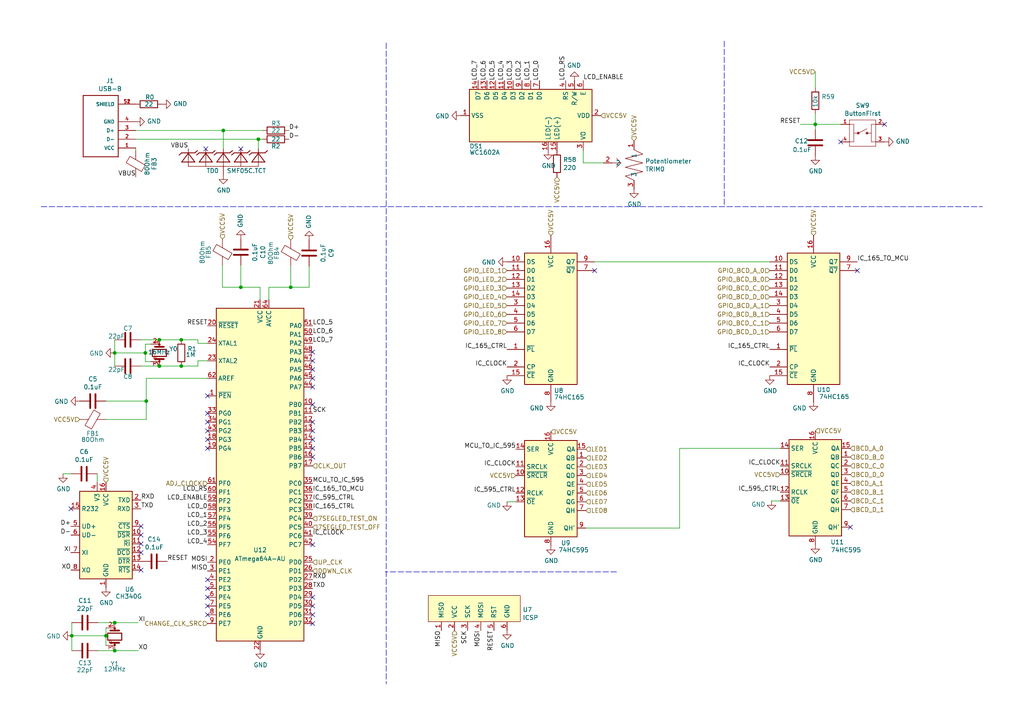
<source format=kicad_sch>
(kicad_sch (version 20211123) (generator eeschema)
  (paper "A4")
  (lib_symbols
    (symbol "74xx:74HC595"
      (property "Reference" "U" (at -7.62 13.97 0))
      (property "Value" "74HC595" (at -7.62 -16.51 0))
      (symbol "74HC595_1_0"
        (pin tri_state line (at 10.16 7.62 180) (length 2.54) (name "QB") (number "1"))
        (pin input line (at -10.16 2.54 0) (length 2.54) (name "~{SRCLR}") (number "10"))
        (pin input line (at -10.16 5.08 0) (length 2.54) (name "SRCLK") (number "11"))
        (pin input line (at -10.16 -2.54 0) (length 2.54) (name "RCLK") (number "12"))
        (pin input line (at -10.16 -5.08 0) (length 2.54) (name "~{OE}") (number "13"))
        (pin input line (at -10.16 10.16 0) (length 2.54) (name "SER") (number "14"))
        (pin tri_state line (at 10.16 10.16 180) (length 2.54) (name "QA") (number "15"))
        (pin power_in line (at 0 15.24 270) (length 2.54) (name "VCC") (number "16"))
        (pin tri_state line (at 10.16 5.08 180) (length 2.54) (name "QC") (number "2"))
        (pin tri_state line (at 10.16 2.54 180) (length 2.54) (name "QD") (number "3"))
        (pin tri_state line (at 10.16 0 180) (length 2.54) (name "QE") (number "4"))
        (pin tri_state line (at 10.16 -2.54 180) (length 2.54) (name "QF") (number "5"))
        (pin tri_state line (at 10.16 -5.08 180) (length 2.54) (name "QG") (number "6"))
        (pin tri_state line (at 10.16 -7.62 180) (length 2.54) (name "QH") (number "7"))
        (pin power_in line (at 0 -17.78 90) (length 2.54) (name "GND") (number "8"))
        (pin output line (at 10.16 -12.7 180) (length 2.54) (name "QH'") (number "9"))
      )
      (symbol "74HC595_1_1"
        (rectangle (start -7.62 12.7) (end 7.62 -15.24) (stroke (width 0.254)) (fill (type background)))
      )
    )
    (symbol "74xx:74LS165"
      (property "Reference" "U" (at -7.62 19.05 0))
      (property "Value" "74LS165" (at -7.62 -21.59 0))
      (symbol "74LS165_1_0"
        (pin input line (at -12.7 -10.16 0) (length 5.08) (name "~{PL}") (number "1"))
        (pin input line (at -12.7 15.24 0) (length 5.08) (name "DS") (number "10"))
        (pin input line (at -12.7 12.7 0) (length 5.08) (name "D0") (number "11"))
        (pin input line (at -12.7 10.16 0) (length 5.08) (name "D1") (number "12"))
        (pin input line (at -12.7 7.62 0) (length 5.08) (name "D2") (number "13"))
        (pin input line (at -12.7 5.08 0) (length 5.08) (name "D3") (number "14"))
        (pin input line (at -12.7 -17.78 0) (length 5.08) (name "~{CE}") (number "15"))
        (pin power_in line (at 0 22.86 270) (length 5.08) (name "VCC") (number "16"))
        (pin input line (at -12.7 -15.24 0) (length 5.08) (name "CP") (number "2"))
        (pin input line (at -12.7 2.54 0) (length 5.08) (name "D4") (number "3"))
        (pin input line (at -12.7 0 0) (length 5.08) (name "D5") (number "4"))
        (pin input line (at -12.7 -2.54 0) (length 5.08) (name "D6") (number "5"))
        (pin input line (at -12.7 -5.08 0) (length 5.08) (name "D7") (number "6"))
        (pin output line (at 12.7 12.7 180) (length 5.08) (name "~{Q7}") (number "7"))
        (pin power_in line (at 0 -25.4 90) (length 5.08) (name "GND") (number "8"))
        (pin output line (at 12.7 15.24 180) (length 5.08) (name "Q7") (number "9"))
      )
      (symbol "74LS165_1_1"
        (rectangle (start -7.62 17.78) (end 7.62 -20.32) (stroke (width 0.254)) (fill (type background)))
      )
    )
    (symbol "Device:C" (pin_numbers hide) (pin_names (offset 0.254))
      (property "Reference" "C" (at 0.635 2.54 0))
      (property "Value" "C" (at 0.635 -2.54 0))
      (symbol "C_0_1"
        (polyline (pts (xy -2.032 -0.762) (xy 2.032 -0.762)) (stroke (width 0.508)))
        (polyline (pts (xy -2.032 0.762) (xy 2.032 0.762)) (stroke (width 0.508)))
      )
      (symbol "C_1_1"
        (pin passive line (at 0 3.81 270) (length 2.794) (name "~") (number "1"))
        (pin passive line (at 0 -3.81 90) (length 2.794) (name "~") (number "2"))
      )
    )
    (symbol "Device:Ferrite_Bead" (pin_numbers hide) (pin_names (offset 0))
      (property "Reference" "FB" (at -3.81 0.635 90))
      (property "Value" "Device_Ferrite_Bead" (at 3.81 0 90))
      (symbol "Ferrite_Bead_0_1"
        (polyline (pts (xy 0 -1.27) (xy 0 -1.2192)))
        (polyline (pts (xy 0 1.27) (xy 0 1.2954)))
        (polyline (pts (xy -2.7686 0.4064) (xy -1.7018 2.2606) (xy 2.7686 -0.3048) (xy 1.6764 -2.159) (xy -2.7686 0.4064)))
      )
      (symbol "Ferrite_Bead_1_1"
        (pin passive line (at 0 3.81 270) (length 2.54) (name "~") (number "1"))
        (pin passive line (at 0 -3.81 90) (length 2.54) (name "~") (number "2"))
      )
    )
    (symbol "Device:R" (pin_numbers hide) (pin_names (offset 0))
      (property "Reference" "R" (at 2.032 0 90))
      (property "Value" "R" (at 0 0 90))
      (symbol "R_0_1"
        (rectangle (start -1.016 -2.54) (end 1.016 2.54) (stroke (width 0.254)))
      )
      (symbol "R_1_1"
        (pin passive line (at 0 3.81 270) (length 1.27) (name "~") (number "1"))
        (pin passive line (at 0 -3.81 90) (length 1.27) (name "~") (number "2"))
      )
    )
    (symbol "Display_Character:WC1602A"
      (property "Reference" "DS" (at -5.842 19.05 0))
      (property "Value" "WC1602A" (at 5.334 19.05 0))
      (symbol "WC1602A_1_1"
        (rectangle (start -7.62 17.78) (end 7.62 -17.78) (stroke (width 0.254)) (fill (type background)))
        (pin power_in line (at 0 -20.32 90) (length 2.54) (name "VSS") (number "1"))
        (pin input line (at -10.16 -5.08 0) (length 2.54) (name "D3") (number "10"))
        (pin input line (at -10.16 -7.62 0) (length 2.54) (name "D4") (number "11"))
        (pin input line (at -10.16 -10.16 0) (length 2.54) (name "D5") (number "12"))
        (pin input line (at -10.16 -12.7 0) (length 2.54) (name "D6") (number "13"))
        (pin input line (at -10.16 -15.24 0) (length 2.54) (name "D7") (number "14"))
        (pin power_in line (at 10.16 7.62 180) (length 2.54) (name "LED(+)") (number "15"))
        (pin power_in line (at 10.16 5.08 180) (length 2.54) (name "LED(-)") (number "16"))
        (pin power_in line (at 0 20.32 270) (length 2.54) (name "VDD") (number "2"))
        (pin input line (at 10.16 15.24 180) (length 2.54) (name "VO") (number "3"))
        (pin input line (at -10.16 10.16 0) (length 2.54) (name "RS") (number "4"))
        (pin input line (at -10.16 12.7 0) (length 2.54) (name "R/W") (number "5"))
        (pin input line (at -10.16 15.24 0) (length 2.54) (name "E") (number "6"))
        (pin input line (at -10.16 2.54 0) (length 2.54) (name "D0") (number "7"))
        (pin input line (at -10.16 0 0) (length 2.54) (name "D1") (number "8"))
        (pin input line (at -10.16 -2.54 0) (length 2.54) (name "D2") (number "9"))
      )
    )
    (symbol "Interface_USB:CH340G"
      (property "Reference" "U" (at -5.08 13.97 0))
      (property "Value" "CH340G" (at 1.27 13.97 0))
      (symbol "CH340G_0_1"
        (rectangle (start -7.62 12.7) (end 7.62 -12.7) (stroke (width 0.254)) (fill (type background)))
      )
      (symbol "CH340G_1_1"
        (pin power_in line (at 0 -15.24 90) (length 2.54) (name "GND") (number "1"))
        (pin input line (at 10.16 0 180) (length 2.54) (name "~{DSR}") (number "10"))
        (pin input line (at 10.16 -2.54 180) (length 2.54) (name "~{RI}") (number "11"))
        (pin input line (at 10.16 -5.08 180) (length 2.54) (name "~{DCD}") (number "12"))
        (pin output line (at 10.16 -7.62 180) (length 2.54) (name "~{DTR}") (number "13"))
        (pin output line (at 10.16 -10.16 180) (length 2.54) (name "~{RTS}") (number "14"))
        (pin input line (at -10.16 7.62 0) (length 2.54) (name "R232") (number "15"))
        (pin power_in line (at 0 15.24 270) (length 2.54) (name "VCC") (number "16"))
        (pin output line (at 10.16 10.16 180) (length 2.54) (name "TXD") (number "2"))
        (pin input line (at 10.16 7.62 180) (length 2.54) (name "RXD") (number "3"))
        (pin passive line (at -2.54 15.24 270) (length 2.54) (name "V3") (number "4"))
        (pin bidirectional line (at -10.16 2.54 0) (length 2.54) (name "UD+") (number "5"))
        (pin bidirectional line (at -10.16 0 0) (length 2.54) (name "UD-") (number "6"))
        (pin input line (at -10.16 -5.08 0) (length 2.54) (name "XI") (number "7"))
        (pin output line (at -10.16 -10.16 0) (length 2.54) (name "XO") (number "8"))
        (pin input line (at 10.16 2.54 180) (length 2.54) (name "~{CTS}") (number "9"))
      )
    )
    (symbol "MCU_Microchip_ATmega:ATmega64A-AU"
      (property "Reference" "U" (at -12.7 49.53 0))
      (property "Value" "MCU_Microchip_ATmega_ATmega64A-AU" (at 2.54 -49.53 0))
      (symbol "ATmega64A-AU_0_1"
        (rectangle (start -12.7 -48.26) (end 12.7 48.26) (stroke (width 0.254)) (fill (type background)))
      )
      (symbol "ATmega64A-AU_1_1"
        (pin input line (at -15.24 22.86 0) (length 2.54) (name "~{PEN}") (number "1"))
        (pin bidirectional line (at 15.24 20.32 180) (length 2.54) (name "PB0") (number "10"))
        (pin bidirectional line (at 15.24 17.78 180) (length 2.54) (name "PB1") (number "11"))
        (pin bidirectional line (at 15.24 15.24 180) (length 2.54) (name "PB2") (number "12"))
        (pin bidirectional line (at 15.24 12.7 180) (length 2.54) (name "PB3") (number "13"))
        (pin bidirectional line (at 15.24 10.16 180) (length 2.54) (name "PB4") (number "14"))
        (pin bidirectional line (at 15.24 7.62 180) (length 2.54) (name "PB5") (number "15"))
        (pin bidirectional line (at 15.24 5.08 180) (length 2.54) (name "PB6") (number "16"))
        (pin bidirectional line (at 15.24 2.54 180) (length 2.54) (name "PB7") (number "17"))
        (pin bidirectional line (at -15.24 10.16 0) (length 2.54) (name "PG3") (number "18"))
        (pin bidirectional line (at -15.24 7.62 0) (length 2.54) (name "PG4") (number "19"))
        (pin bidirectional line (at -15.24 -25.4 0) (length 2.54) (name "PE0") (number "2"))
        (pin input line (at -15.24 43.18 0) (length 2.54) (name "~{RESET}") (number "20"))
        (pin power_in line (at 0 50.8 270) (length 2.54) (name "VCC") (number "21"))
        (pin power_in line (at 0 -50.8 90) (length 2.54) (name "GND") (number "22"))
        (pin output line (at -15.24 33.02 0) (length 2.54) (name "XTAL2") (number "23"))
        (pin input line (at -15.24 38.1 0) (length 2.54) (name "XTAL1") (number "24"))
        (pin bidirectional line (at 15.24 -25.4 180) (length 2.54) (name "PD0") (number "25"))
        (pin bidirectional line (at 15.24 -27.94 180) (length 2.54) (name "PD1") (number "26"))
        (pin bidirectional line (at 15.24 -30.48 180) (length 2.54) (name "PD2") (number "27"))
        (pin bidirectional line (at 15.24 -33.02 180) (length 2.54) (name "PD3") (number "28"))
        (pin bidirectional line (at 15.24 -35.56 180) (length 2.54) (name "PD4") (number "29"))
        (pin bidirectional line (at -15.24 -27.94 0) (length 2.54) (name "PE1") (number "3"))
        (pin bidirectional line (at 15.24 -38.1 180) (length 2.54) (name "PD5") (number "30"))
        (pin bidirectional line (at 15.24 -40.64 180) (length 2.54) (name "PD6") (number "31"))
        (pin bidirectional line (at 15.24 -43.18 180) (length 2.54) (name "PD7") (number "32"))
        (pin bidirectional line (at -15.24 17.78 0) (length 2.54) (name "PG0") (number "33"))
        (pin bidirectional line (at -15.24 15.24 0) (length 2.54) (name "PG1") (number "34"))
        (pin bidirectional line (at 15.24 -2.54 180) (length 2.54) (name "PC0") (number "35"))
        (pin bidirectional line (at 15.24 -5.08 180) (length 2.54) (name "PC1") (number "36"))
        (pin bidirectional line (at 15.24 -7.62 180) (length 2.54) (name "PC2") (number "37"))
        (pin bidirectional line (at 15.24 -10.16 180) (length 2.54) (name "PC3") (number "38"))
        (pin bidirectional line (at 15.24 -12.7 180) (length 2.54) (name "PC4") (number "39"))
        (pin bidirectional line (at -15.24 -30.48 0) (length 2.54) (name "PE2") (number "4"))
        (pin bidirectional line (at 15.24 -15.24 180) (length 2.54) (name "PC5") (number "40"))
        (pin bidirectional line (at 15.24 -17.78 180) (length 2.54) (name "PC6") (number "41"))
        (pin bidirectional line (at 15.24 -20.32 180) (length 2.54) (name "PC7") (number "42"))
        (pin bidirectional line (at -15.24 12.7 0) (length 2.54) (name "PG2") (number "43"))
        (pin bidirectional line (at 15.24 25.4 180) (length 2.54) (name "PA7") (number "44"))
        (pin bidirectional line (at 15.24 27.94 180) (length 2.54) (name "PA6") (number "45"))
        (pin bidirectional line (at 15.24 30.48 180) (length 2.54) (name "PA5") (number "46"))
        (pin bidirectional line (at 15.24 33.02 180) (length 2.54) (name "PA4") (number "47"))
        (pin bidirectional line (at 15.24 35.56 180) (length 2.54) (name "PA3") (number "48"))
        (pin bidirectional line (at 15.24 38.1 180) (length 2.54) (name "PA2") (number "49"))
        (pin bidirectional line (at -15.24 -33.02 0) (length 2.54) (name "PE3") (number "5"))
        (pin bidirectional line (at 15.24 40.64 180) (length 2.54) (name "PA1") (number "50"))
        (pin bidirectional line (at 15.24 43.18 180) (length 2.54) (name "PA0") (number "51"))
        (pin passive line (at 0 50.8 270) (length 2.54) hide (name "VCC") (number "52"))
        (pin passive line (at 0 -50.8 90) (length 2.54) hide (name "GND") (number "53"))
        (pin bidirectional line (at -15.24 -20.32 0) (length 2.54) (name "PF7") (number "54"))
        (pin bidirectional line (at -15.24 -17.78 0) (length 2.54) (name "PF6") (number "55"))
        (pin bidirectional line (at -15.24 -15.24 0) (length 2.54) (name "PF5") (number "56"))
        (pin bidirectional line (at -15.24 -12.7 0) (length 2.54) (name "PF4") (number "57"))
        (pin bidirectional line (at -15.24 -10.16 0) (length 2.54) (name "PF3") (number "58"))
        (pin bidirectional line (at -15.24 -7.62 0) (length 2.54) (name "PF2") (number "59"))
        (pin bidirectional line (at -15.24 -35.56 0) (length 2.54) (name "PE4") (number "6"))
        (pin bidirectional line (at -15.24 -5.08 0) (length 2.54) (name "PF1") (number "60"))
        (pin bidirectional line (at -15.24 -2.54 0) (length 2.54) (name "PF0") (number "61"))
        (pin passive line (at -15.24 27.94 0) (length 2.54) (name "AREF") (number "62"))
        (pin passive line (at 0 -50.8 90) (length 2.54) hide (name "GND") (number "63"))
        (pin power_in line (at 2.54 50.8 270) (length 2.54) (name "AVCC") (number "64"))
        (pin bidirectional line (at -15.24 -38.1 0) (length 2.54) (name "PE5") (number "7"))
        (pin bidirectional line (at -15.24 -40.64 0) (length 2.54) (name "PE6") (number "8"))
        (pin bidirectional line (at -15.24 -43.18 0) (length 2.54) (name "PE7") (number "9"))
      )
    )
    (symbol "digitalSystemBoard:ButtonFirst" (pin_names (offset 1.016) hide)
      (property "Reference" "SW" (at -4.0894 4.0894 0))
      (property "Value" "ButtonFirst" (at -4.064 -5.334 0))
      (symbol "ButtonFirst_0_0"
        (circle (center -1.27 0) (radius 0.254) (stroke (width 0.2286)))
        (polyline (pts (xy -3.81 -3.81) (xy 3.81 -3.81)) (stroke (width 0.127)))
        (polyline (pts (xy -3.81 -2.54) (xy -3.81 -3.81)) (stroke (width 0.127)))
        (polyline (pts (xy -3.81 2.54) (xy -3.81 -2.54)) (stroke (width 0.127)))
        (polyline (pts (xy -3.81 2.54) (xy -2.54 2.54)) (stroke (width 0.127)))
        (polyline (pts (xy -3.81 3.81) (xy -3.81 2.54)) (stroke (width 0.127)))
        (polyline (pts (xy -3.81 3.81) (xy 3.81 3.81)) (stroke (width 0.127)))
        (polyline (pts (xy -2.54 -2.54) (xy -3.81 -2.54)) (stroke (width 0.127)))
        (polyline (pts (xy -2.54 0) (xy -1.27 0)) (stroke (width 0.127)))
        (polyline (pts (xy -2.54 2.54) (xy -2.54 -2.54)) (stroke (width 0.127)))
        (polyline (pts (xy -1.27 0) (xy 1.27 1.27)) (stroke (width 0.127)))
        (polyline (pts (xy 1.27 0) (xy 2.54 0)) (stroke (width 0.127)))
        (polyline (pts (xy 2.54 -2.54) (xy 3.81 -2.54)) (stroke (width 0.127)))
        (polyline (pts (xy 2.54 2.54) (xy 2.54 -2.54)) (stroke (width 0.127)))
        (polyline (pts (xy 3.81 -2.54) (xy 3.81 -3.81)) (stroke (width 0.127)))
        (polyline (pts (xy 3.81 2.54) (xy 2.54 2.54)) (stroke (width 0.127)))
        (polyline (pts (xy 3.81 2.54) (xy 3.81 -2.54)) (stroke (width 0.127)))
        (polyline (pts (xy 3.81 3.81) (xy 3.81 2.54)) (stroke (width 0.127)))
        (circle (center 1.27 0) (radius 0.254) (stroke (width 0.2286)))
        (pin passive line (at -6.35 2.54 0) (length 2.54) (name "~") (number "1"))
        (pin passive line (at 6.35 2.54 180) (length 2.54) (name "e~{}") (number "2"))
        (pin passive line (at 6.35 -2.54 180) (length 2.54) (name "~") (number "3"))
        (pin passive line (at -6.35 -2.54 0) (length 2.54) (name "~") (number "4"))
      )
    )
    (symbol "digitalSystemBoard:ICSP" (pin_names (offset 1.016))
      (property "Reference" "U" (at 11.43 2.54 0))
      (property "Value" "ICSP" (at 0 5.08 0))
      (symbol "ICSP_0_1"
        (rectangle (start -13.97 3.81) (end 12.7 -3.81) (fill (type background)))
      )
      (symbol "ICSP_1_1"
        (pin input line (at -10.16 -6.35 90) (length 2.54) (name "MISO") (number "1"))
        (pin input line (at -6.35 -6.35 90) (length 2.54) (name "VCC") (number "2"))
        (pin passive line (at -2.54 -6.35 90) (length 2.54) (name "SCK") (number "3"))
        (pin passive line (at 1.27 -6.35 90) (length 2.54) (name "MOSI") (number "4"))
        (pin passive line (at 5.08 -6.35 90) (length 2.54) (name "RST") (number "5"))
        (pin passive line (at 8.89 -6.35 90) (length 2.54) (name "GND") (number "6"))
      )
    )
    (symbol "digitalSystemBoard:Potentiometer" (pin_names (offset 1.016))
      (property "Reference" "U" (at 7.62 -6.35 0))
      (property "Value" "Potentiometer" (at 0 6.35 0))
      (symbol "Potentiometer_0_1"
        (polyline (pts (xy -1.27 -3.81) (xy 0 -5.08)))
        (polyline (pts (xy -1.27 -6.35) (xy -1.27 -3.81) (xy -2.54 -5.08) (xy -1.27 -3.81)))
        (polyline (pts (xy -5.08 0) (xy -3.81 2.54) (xy -2.54 -2.54) (xy -1.27 2.54) (xy 0 -2.54) (xy 1.27 2.54) (xy 2.54 -2.54) (xy 3.81 0)))
      )
      (symbol "Potentiometer_1_1"
        (pin passive line (at -7.62 0 0) (length 2.54) (name "1") (number "1"))
        (pin passive line (at -1.27 -8.89 90) (length 2.54) (name "2") (number "2"))
        (pin passive line (at 6.35 0 180) (length 2.54) (name "3") (number "3"))
      )
    )
    (symbol "digitalSystemBoard:Resonator" (pin_names (offset 1.016) hide)
      (property "Reference" "Y" (at 0 5.715 0))
      (property "Value" "Resonator" (at 0 3.81 0))
      (symbol "Resonator_0_1"
        (circle (center -2.413 0) (radius 0.254) (fill (type outline)))
        (rectangle (start -1.016 2.032) (end 1.016 -2.032) (stroke (width 0.3048)))
        (polyline (pts (xy -1.905 0) (xy -3.175 0)))
        (polyline (pts (xy -1.778 -1.27) (xy -1.778 1.27)) (stroke (width 0.508)))
        (polyline (pts (xy 1.778 -1.27) (xy 1.778 1.27)) (stroke (width 0.508)))
        (polyline (pts (xy 1.905 0) (xy 2.54 0)))
        (circle (center 2.413 0) (radius 0.254) (fill (type outline)))
      )
      (symbol "Resonator_1_1"
        (pin passive line (at -3.81 0 0) (length 1.27) (name "1") (number "1"))
        (pin passive line (at -2.54 -2.54 90) (length 2.54) (name "GND") (number "2"))
        (pin passive line (at 3.81 0 180) (length 1.27) (name "3") (number "3"))
        (pin passive line (at 2.54 -2.54 90) (length 2.54) (name "GND") (number "4"))
      )
    )
    (symbol "digitalSystemBoard:SMF05C.TCT" (pin_numbers hide) (pin_names (offset 1.016) hide)
      (property "Reference" "D" (at -23.0378 0.1016 0))
      (property "Value" "SMF05C.TCT" (at -23.0632 -1.9558 0))
      (symbol "SMF05C.TCT_0_0"
        (polyline (pts (xy -9.525 -1.27) (xy -5.715 -1.27)) (stroke (width 0.254)))
        (polyline (pts (xy -9.525 1.397) (xy -10.287 0.762)) (stroke (width 0.254)))
        (polyline (pts (xy -9.525 1.397) (xy -5.715 1.397)) (stroke (width 0.254)))
        (polyline (pts (xy -7.62 -2.54) (xy -2.54 -2.54)) (stroke (width 0.1524)))
        (polyline (pts (xy -7.62 0) (xy -7.62 -2.54)) (stroke (width 0.1524)))
        (polyline (pts (xy -7.62 1.27) (xy -9.525 -1.27)) (stroke (width 0.254)))
        (polyline (pts (xy -5.715 -1.27) (xy -7.62 1.27)) (stroke (width 0.254)))
        (polyline (pts (xy -5.715 1.397) (xy -4.953 2.032)) (stroke (width 0.254)))
        (polyline (pts (xy -4.445 -1.27) (xy -0.635 -1.27)) (stroke (width 0.254)))
        (polyline (pts (xy -4.445 1.397) (xy -5.207 0.762)) (stroke (width 0.254)))
        (polyline (pts (xy -4.445 1.397) (xy -0.635 1.397)) (stroke (width 0.254)))
        (polyline (pts (xy -2.54 -2.54) (xy 2.54 -2.54)) (stroke (width 0.1524)))
        (polyline (pts (xy -2.54 0) (xy -2.54 -2.54)) (stroke (width 0.1524)))
        (polyline (pts (xy -2.54 1.27) (xy -4.445 -1.27)) (stroke (width 0.254)))
        (polyline (pts (xy -0.635 -1.27) (xy -2.54 1.27)) (stroke (width 0.254)))
        (polyline (pts (xy -0.635 1.397) (xy 0.127 2.032)) (stroke (width 0.254)))
        (polyline (pts (xy 0.635 -1.27) (xy 4.445 -1.27)) (stroke (width 0.254)))
        (polyline (pts (xy 0.635 1.397) (xy -0.127 0.762)) (stroke (width 0.254)))
        (polyline (pts (xy 0.635 1.397) (xy 4.445 1.397)) (stroke (width 0.254)))
        (polyline (pts (xy 2.54 -2.54) (xy 7.62 -2.54)) (stroke (width 0.1524)))
        (polyline (pts (xy 2.54 0) (xy 2.54 -2.54)) (stroke (width 0.1524)))
        (polyline (pts (xy 2.54 1.27) (xy 0.635 -1.27)) (stroke (width 0.254)))
        (polyline (pts (xy 4.445 -1.27) (xy 2.54 1.27)) (stroke (width 0.254)))
        (polyline (pts (xy 4.445 1.397) (xy 5.207 2.032)) (stroke (width 0.254)))
        (polyline (pts (xy 5.715 -1.27) (xy 9.525 -1.27)) (stroke (width 0.254)))
        (polyline (pts (xy 5.715 1.397) (xy 4.953 0.762)) (stroke (width 0.254)))
        (polyline (pts (xy 5.715 1.397) (xy 9.525 1.397)) (stroke (width 0.254)))
        (polyline (pts (xy 7.62 -2.54) (xy 12.7 -2.54)) (stroke (width 0.1524)))
        (polyline (pts (xy 7.62 0) (xy 7.62 -2.54)) (stroke (width 0.1524)))
        (polyline (pts (xy 7.62 1.27) (xy 5.715 -1.27)) (stroke (width 0.254)))
        (polyline (pts (xy 9.525 -1.27) (xy 7.62 1.27)) (stroke (width 0.254)))
        (polyline (pts (xy 9.525 1.397) (xy 10.287 2.032)) (stroke (width 0.254)))
        (polyline (pts (xy 10.795 -1.27) (xy 14.605 -1.27)) (stroke (width 0.254)))
        (polyline (pts (xy 10.795 1.397) (xy 10.033 0.762)) (stroke (width 0.254)))
        (polyline (pts (xy 10.795 1.397) (xy 14.605 1.397)) (stroke (width 0.254)))
        (polyline (pts (xy 12.7 0) (xy 12.7 -2.54)) (stroke (width 0.1524)))
        (polyline (pts (xy 12.7 1.27) (xy 10.795 -1.27)) (stroke (width 0.254)))
        (polyline (pts (xy 14.605 -1.27) (xy 12.7 1.27)) (stroke (width 0.254)))
        (polyline (pts (xy 14.605 1.397) (xy 15.367 2.032)) (stroke (width 0.254)))
        (pin passive line (at -7.62 2.54 270) (length 2.54) (name "IO1") (number "1"))
        (pin passive line (at 2.54 -5.08 90) (length 2.54) (name "GND") (number "2"))
        (pin passive line (at -2.54 2.54 270) (length 2.54) (name "IO2") (number "3"))
        (pin passive line (at 2.54 2.54 270) (length 2.54) (name "IO3") (number "4"))
        (pin passive line (at 7.62 2.54 270) (length 2.54) (name "IO4") (number "5"))
        (pin passive line (at 12.7 2.54 270) (length 2.54) (name "IO5") (number "6"))
      )
    )
    (symbol "digitalSystemBoard:USB-B-S-X-X-TH-TR" (pin_names (offset 1.016))
      (property "Reference" "J" (at -5.08 8.89 0))
      (property "Value" "USB-B-S-X-X-TH-TR" (at -5.08 -12.7 0))
      (symbol "USB-B-S-X-X-TH-TR_0_0"
        (polyline (pts (xy -5.08 -10.16) (xy 5.08 -10.16)) (stroke (width 0.254)))
        (polyline (pts (xy -5.08 7.62) (xy -5.08 -10.16)) (stroke (width 0.254)))
        (polyline (pts (xy 5.08 -10.16) (xy 5.08 7.62)) (stroke (width 0.254)))
        (polyline (pts (xy 5.08 7.62) (xy -5.08 7.62)) (stroke (width 0.254)) (fill (type background)))
        (pin power_in line (at -10.16 5.08 0) (length 5.08) (name "VCC") (number "1"))
        (pin bidirectional line (at -10.16 2.54 0) (length 5.08) (name "D-") (number "2"))
        (pin bidirectional line (at -10.16 0 0) (length 5.08) (name "D+") (number "3"))
        (pin power_in line (at -10.16 -2.54 0) (length 5.08) (name "GND") (number "4"))
        (pin passive line (at -10.16 -7.62 0) (length 5.08) (name "SHIELD") (number "S1"))
        (pin passive line (at -10.16 -7.62 0) (length 5.08) (name "SHIELD") (number "S2"))
      )
    )
    (symbol "power:GND" (power) (pin_names (offset 0))
      (property "Value" "GND" (at 0 -3.81 0))
      (symbol "GND_0_1"
        (polyline (pts (xy 0 0) (xy 0 -1.27) (xy 1.27 -1.27) (xy 0 -2.54) (xy -1.27 -1.27) (xy 0 -1.27)))
      )
      (symbol "GND_1_1"
        (pin power_in line (at 0 0 270) (length 0) hide (name "GND") (number "1"))
      )
    )
  )
  (junction (at 236.474 36.068))
  (junction (at 69.85 83.312))
  (junction (at 74.93 40.386))
  (junction (at 46.228 106.172))
  (junction (at 46.228 98.552))
  (junction (at 33.274 102.362))
  (junction (at 33.274 188.722))
  (junction (at 52.578 106.172))
  (junction (at 30.734 184.404))
  (junction (at 33.274 180.594))
  (junction (at 42.164 102.362))
  (junction (at 42.418 116.332))
  (junction (at 64.77 37.846))
  (junction (at 84.328 83.312))
  (junction (at 52.578 98.552))
  (junction (at 20.828 184.404))
  (no_connect (at 60.198 122.428))
  (no_connect (at 69.85 43.18))
  (no_connect (at 60.198 175.768))
  (no_connect (at 60.198 170.688))
  (no_connect (at 90.678 124.968))
  (no_connect (at 90.678 173.228))
  (no_connect (at 256.54 36.068))
  (no_connect (at 90.678 102.108))
  (no_connect (at 172.466 78.486))
  (no_connect (at 246.634 152.908))
  (no_connect (at 20.574 147.574))
  (no_connect (at 40.894 155.194))
  (no_connect (at 90.678 157.988))
  (no_connect (at 248.666 78.486))
  (no_connect (at 60.198 168.148))
  (no_connect (at 40.894 160.274))
  (no_connect (at 90.678 109.728))
  (no_connect (at 59.69 43.18))
  (no_connect (at 90.678 132.588))
  (no_connect (at 60.198 124.968))
  (no_connect (at 90.678 112.268))
  (no_connect (at 90.678 122.428))
  (no_connect (at 60.198 178.308))
  (no_connect (at 60.198 119.888))
  (no_connect (at 60.198 127.508))
  (no_connect (at 90.678 117.348))
  (no_connect (at 40.894 157.734))
  (no_connect (at 60.198 173.228))
  (no_connect (at 243.84 41.148))
  (no_connect (at 90.678 178.308))
  (no_connect (at 40.894 152.654))
  (no_connect (at 90.678 175.768))
  (no_connect (at 40.894 165.354))
  (no_connect (at 90.678 107.188))
  (no_connect (at 90.678 104.648))
  (no_connect (at 60.198 130.048))
  (no_connect (at 90.678 130.048))
  (no_connect (at 90.678 127.508))
  (no_connect (at 90.678 180.848))
  (no_connect (at 60.198 114.808))
  (wire (pts (xy 243.84 36.068) (xy 236.474 36.068)))
  (wire (pts (xy 226.314 130.048) (xy 197.104 130.048)))
  (wire (pts (xy 20.828 180.594) (xy 20.828 184.404)))
  (wire (pts (xy 18.288 137.414) (xy 20.574 137.414)))
  (wire (pts (xy 75.438 83.312) (xy 75.438 86.868)))
  (wire (pts (xy 236.474 33.02) (xy 236.474 36.068)))
  (wire (pts (xy 74.93 40.386) (xy 76.2 40.386)))
  (wire (pts (xy 197.104 153.162) (xy 169.926 153.162)))
  (wire (pts (xy 33.274 188.722) (xy 33.274 188.468)))
  (wire (pts (xy 30.734 184.404) (xy 30.734 187.198)))
  (wire (pts (xy 42.418 116.332) (xy 42.418 109.728)))
  (wire (pts (xy 57.404 99.568) (xy 60.198 99.568)))
  (wire (pts (xy 39.37 42.926) (xy 39.37 43.688)))
  (wire (pts (xy 172.466 75.946) (xy 223.266 75.946)))
  (wire (pts (xy 28.448 188.722) (xy 33.274 188.722)))
  (wire (pts (xy 33.274 102.362) (xy 42.164 102.362)))
  (wire (pts (xy 43.688 99.822) (xy 42.164 99.822)))
  (wire (pts (xy 46.228 106.172) (xy 52.578 106.172)))
  (wire (pts (xy 42.418 109.728) (xy 60.198 109.728)))
  (wire (pts (xy 77.978 86.868) (xy 77.978 83.312)))
  (polyline (pts (xy 112.014 12.446) (xy 112.014 198.374)))
  (wire (pts (xy 77.978 83.312) (xy 84.328 83.312)))
  (wire (pts (xy 42.164 99.822) (xy 42.164 102.362)))
  (wire (pts (xy 30.734 182.118) (xy 30.734 184.404)))
  (wire (pts (xy 33.274 106.172) (xy 33.274 102.362)))
  (wire (pts (xy 149.606 145.542) (xy 147.066 145.542)))
  (wire (pts (xy 52.578 98.552) (xy 57.404 98.552)))
  (wire (pts (xy 64.77 43.18) (xy 64.77 37.846)))
  (wire (pts (xy 20.828 184.404) (xy 30.734 184.404)))
  (wire (pts (xy 52.578 106.172) (xy 57.404 106.172)))
  (wire (pts (xy 89.662 77.216) (xy 89.662 83.312)))
  (wire (pts (xy 69.85 83.312) (xy 75.438 83.312)))
  (wire (pts (xy 232.156 36.068) (xy 236.474 36.068)))
  (wire (pts (xy 169.164 47.244) (xy 175.006 47.244)))
  (wire (pts (xy 236.474 36.068) (xy 236.474 37.592)))
  (wire (pts (xy 39.37 37.846) (xy 64.77 37.846)))
  (wire (pts (xy 30.734 121.666) (xy 42.418 121.666)))
  (wire (pts (xy 236.474 25.4) (xy 236.474 20.828)))
  (wire (pts (xy 28.194 139.954) (xy 28.194 137.414)))
  (wire (pts (xy 57.404 106.172) (xy 57.404 104.648)))
  (wire (pts (xy 33.274 180.594) (xy 33.274 180.848)))
  (wire (pts (xy 33.274 98.552) (xy 33.274 102.362)))
  (wire (pts (xy 64.77 37.846) (xy 76.2 37.846)))
  (polyline (pts (xy 11.938 59.944) (xy 284.988 59.944)))
  (wire (pts (xy 33.274 188.722) (xy 40.132 188.722)))
  (wire (pts (xy 169.164 43.688) (xy 169.164 47.244)))
  (wire (pts (xy 57.404 104.648) (xy 60.198 104.648)))
  (wire (pts (xy 57.404 98.552) (xy 57.404 99.568)))
  (wire (pts (xy 42.418 116.332) (xy 30.734 116.332)))
  (wire (pts (xy 20.828 184.404) (xy 20.828 188.722)))
  (wire (pts (xy 42.164 104.902) (xy 43.688 104.902)))
  (wire (pts (xy 39.37 40.386) (xy 74.93 40.386)))
  (wire (pts (xy 42.164 102.362) (xy 42.164 104.902)))
  (wire (pts (xy 64.516 83.312) (xy 69.85 83.312)))
  (wire (pts (xy 64.516 76.962) (xy 64.516 83.312)))
  (wire (pts (xy 46.228 106.172) (xy 40.894 106.172)))
  (wire (pts (xy 33.274 180.594) (xy 40.132 180.594)))
  (wire (pts (xy 74.93 43.18) (xy 74.93 40.386)))
  (wire (pts (xy 46.228 98.552) (xy 52.578 98.552)))
  (wire (pts (xy 226.314 145.288) (xy 223.774 145.288)))
  (wire (pts (xy 46.228 98.552) (xy 40.894 98.552)))
  (wire (pts (xy 42.418 121.666) (xy 42.418 116.332)))
  (polyline (pts (xy 210.058 11.938) (xy 210.058 59.944)))
  (wire (pts (xy 28.448 180.594) (xy 33.274 180.594)))
  (wire (pts (xy 69.85 76.962) (xy 69.85 83.312)))
  (wire (pts (xy 84.328 83.312) (xy 89.662 83.312)))
  (polyline (pts (xy 178.816 165.862) (xy 111.76 165.862)))
  (wire (pts (xy 84.328 77.216) (xy 84.328 83.312)))
  (wire (pts (xy 197.104 130.048) (xy 197.104 153.162)))
  (label "LCD_4" (at 146.304 23.368 90))
  (label "XO" (at 20.574 165.354 180))
  (label "TXD" (at 90.678 170.688 0))
  (label "IC_165_TO_MCU" (at 90.678 142.748 0))
  (label "D+" (at 83.82 37.846 0))
  (label "LCD_4" (at 60.198 157.988 180))
  (label "MISO" (at 60.198 165.608 180))
  (label "RXD" (at 90.678 168.148 0))
  (label "IC_595_CTRL" (at 90.678 145.288 0))
  (label "LCD_6" (at 141.224 23.368 90))
  (label "LCD_5" (at 90.678 94.488 0))
  (label "MCU_TO_IC_595" (at 90.678 140.208 0))
  (label "LCD_RS" (at 164.084 23.368 90))
  (label "VBUS" (at 54.61 43.18 180))
  (label "D-" (at 83.82 40.386 0))
  (label "LCD_3" (at 148.844 23.368 90))
  (label "LCD_7" (at 90.678 99.568 0))
  (label "LCD_ENABLE" (at 169.164 23.368 0))
  (label "RXD" (at 40.894 145.034 0))
  (label "LCD_2" (at 151.384 23.368 90))
  (label "MOSI" (at 60.198 163.068 180))
  (label "LCD_0" (at 156.464 23.368 90))
  (label "TXD" (at 40.894 147.574 0))
  (label "MOSI" (at 139.446 182.88 270))
  (label "RESET" (at 232.156 36.068 180))
  (label "IC_165_CTRL" (at 223.266 101.346 180))
  (label "LCD_2" (at 60.198 152.908 180))
  (label "LCD_ENABLE" (at 60.198 145.288 180))
  (label "LCD_1" (at 153.924 23.368 90))
  (label "LCD_5" (at 143.764 23.368 90))
  (label "D-" (at 20.574 155.194 180))
  (label "IC_CLOCK" (at 223.266 106.426 180))
  (label "XI" (at 20.574 160.274 180))
  (label "IC_CLOCK" (at 90.678 155.448 0))
  (label "IC_CLOCK" (at 149.606 135.382 180))
  (label "XO" (at 40.132 188.722 0))
  (label "IC_595_CTRL" (at 149.606 143.002 180))
  (label "IC_165_TO_MCU" (at 248.666 75.946 0))
  (label "XI" (at 40.132 180.594 0))
  (label "LCD_7" (at 138.684 23.368 90))
  (label "IC_CLOCK" (at 147.066 106.426 180))
  (label "IC_CLOCK" (at 226.314 135.128 180))
  (label "VBUS" (at 39.37 51.308 180))
  (label "SCK" (at 90.678 119.888 0))
  (label "RESET" (at 60.198 94.488 180))
  (label "SCK" (at 135.636 182.88 270))
  (label "IC_595_CTRL" (at 226.314 142.748 180))
  (label "LCD_0" (at 60.198 147.828 180))
  (label "IC_165_CTRL" (at 147.066 101.346 180))
  (label "LCD_6" (at 90.678 97.028 0))
  (label "RESET" (at 143.256 182.88 270))
  (label "MCU_TO_IC_595" (at 149.606 130.302 180))
  (label "LCD_3" (at 60.198 155.448 180))
  (label "D+" (at 20.574 152.654 180))
  (label "IC_165_CTRL" (at 90.678 147.828 0))
  (label "LCD_RS" (at 60.198 142.748 180))
  (label "MISO" (at 128.016 182.88 270))
  (label "RESET" (at 48.514 162.814 0))
  (label "LCD_1" (at 60.198 150.368 180))
  (hierarchical_label "VCC5V" (shape input) (at 183.896 40.894 90))
  (hierarchical_label "LED7" (shape input) (at 169.926 145.542 0))
  (hierarchical_label "VCC5V" (shape input) (at 226.314 137.668 180))
  (hierarchical_label "GPIO_BCD_D_0" (shape input) (at 223.266 86.106 180))
  (hierarchical_label "GPIO_LED_2" (shape input) (at 147.066 81.026 180))
  (hierarchical_label "GPIO_LED_8" (shape input) (at 147.066 96.266 180))
  (hierarchical_label "GPIO_BCD_C_0" (shape input) (at 223.266 83.566 180))
  (hierarchical_label "CHANGE_CLK_SRC" (shape input) (at 60.198 180.848 180))
  (hierarchical_label "LED2" (shape input) (at 169.926 132.842 0))
  (hierarchical_label "GPIO_BCD_C_1" (shape input) (at 223.266 93.726 180))
  (hierarchical_label "GPIO_BCD_A_0" (shape input) (at 223.266 78.486 180))
  (hierarchical_label "VCC5V" (shape input) (at 23.114 121.666 180))
  (hierarchical_label "LED6" (shape input) (at 169.926 143.002 0))
  (hierarchical_label "GPIO_BCD_B_1" (shape input) (at 223.266 91.186 180))
  (hierarchical_label "BCD_B_1" (shape input) (at 246.634 142.748 0))
  (hierarchical_label "LED3" (shape input) (at 169.926 135.382 0))
  (hierarchical_label "VCC5V" (shape input) (at 161.544 51.308 270))
  (hierarchical_label "ADJ_CLOCK" (shape input) (at 60.198 140.208 180))
  (hierarchical_label "DOWN_CLK" (shape input) (at 90.678 165.608 0))
  (hierarchical_label "BCD_A_0" (shape input) (at 246.634 130.048 0))
  (hierarchical_label "GPIO_LED_7" (shape input) (at 147.066 93.726 180))
  (hierarchical_label "VCC5V" (shape input) (at 235.966 68.326 90))
  (hierarchical_label "VCC5V" (shape input) (at 174.244 33.528 0))
  (hierarchical_label "VCC5V" (shape input) (at 159.766 68.326 90))
  (hierarchical_label "LED8" (shape input) (at 169.926 148.082 0))
  (hierarchical_label "GPIO_BCD_D_1" (shape input) (at 223.266 96.266 180))
  (hierarchical_label "BCD_C_0" (shape input) (at 246.634 135.128 0))
  (hierarchical_label "GPIO_BCD_A_1" (shape input) (at 223.266 88.646 180))
  (hierarchical_label "GPIO_LED_1" (shape input) (at 147.066 78.486 180))
  (hierarchical_label "BCD_D_1" (shape input) (at 246.634 147.828 0))
  (hierarchical_label "CLK_OUT" (shape input) (at 90.678 135.128 0))
  (hierarchical_label "VCC5V" (shape input) (at 131.826 182.88 270))
  (hierarchical_label "GPIO_LED_5" (shape input) (at 147.066 88.646 180))
  (hierarchical_label "GPIO_LED_6" (shape input) (at 147.066 91.186 180))
  (hierarchical_label "GPIO_LED_4" (shape input) (at 147.066 86.106 180))
  (hierarchical_label "VCC5V" (shape input) (at 236.474 20.828 180))
  (hierarchical_label "VCC5V" (shape input) (at 159.766 125.222 0))
  (hierarchical_label "LED5" (shape input) (at 169.926 140.462 0))
  (hierarchical_label "BCD_D_0" (shape input) (at 246.634 137.668 0))
  (hierarchical_label "LED1" (shape input) (at 169.926 130.302 0))
  (hierarchical_label "UP_CLK" (shape input) (at 90.678 163.068 0))
  (hierarchical_label "VCC5V" (shape input) (at 64.516 69.342 90))
  (hierarchical_label "VCC5V" (shape input) (at 236.474 124.968 0))
  (hierarchical_label "7SEGLED_TEST_OFF" (shape input) (at 90.678 152.908 0))
  (hierarchical_label "GPIO_LED_3" (shape input) (at 147.066 83.566 180))
  (hierarchical_label "LED4" (shape input) (at 169.926 137.922 0))
  (hierarchical_label "BCD_C_1" (shape input) (at 246.634 145.288 0))
  (hierarchical_label "BCD_B_0" (shape input) (at 246.634 132.588 0))
  (hierarchical_label "VCC5V" (shape input) (at 149.606 137.922 180))
  (hierarchical_label "BCD_A_1" (shape input) (at 246.634 140.208 0))
  (hierarchical_label "GPIO_BCD_B_0" (shape input) (at 223.266 81.026 180))
  (hierarchical_label "7SEGLED_TEST_ON" (shape input) (at 90.678 150.368 0))
  (hierarchical_label "VCC5V" (shape input) (at 30.734 139.954 90))
  (hierarchical_label "VCC5V" (shape input) (at 84.328 69.596 90))
  (symbol (lib_id "74xx:74LS165") (at 159.766 91.186 0) (unit 1)
    (property "Reference" "U8" (at 162.052 113.284 0))
    (property "Value" "74HC165" (at 165.1 115.189 0))
    (property "Footprint" "Package_SO:SOIC-16_3.9x9.9mm_P1.27mm" (effects hide))
    (property "Datasheet" "http://www.ti.com/lit/gpn/sn74LS165" (effects hide))
    (property "LCSC" "C7742" (effects hide))
  )
  (symbol (lib_id "74xx:74LS165") (at 235.966 91.186 0) (unit 1)
    (property "Reference" "U10" (at 238.887 113.03 0))
    (property "Value" "74HC165" (at 241.935 115.062 0))
    (property "Footprint" "Package_SO:SOIC-16_3.9x9.9mm_P1.27mm" (effects hide))
    (property "Datasheet" "http://www.ti.com/lit/gpn/sn74LS165" (effects hide))
    (property "LCSC" "C7742" (effects hide))
  )
  (symbol (lib_id "power:GND") (at 75.438 188.468 0) (unit 1)
    (property "Reference" "#PWR0102" (effects hide))
    (property "Value" "GND" (at 75.565 192.8622 0))
  )
  (symbol (lib_id "Device:R") (at 52.578 102.362 0) (unit 1)
    (property "Reference" "R1" (at 54.356 101.1936 0) (effects (justify left)))
    (property "Value" "1M" (at 53.848 102.87 0) (effects (justify left)))
    (property "Footprint" "Resistor_SMD:R_0603_1608Metric" (effects hide))
    (property "LCSC" "C26098" (effects hide))
  )
  (symbol (lib_id "digitalSystemBoard:Resonator") (at 46.228 102.362 270) (unit 1)
    (property "Reference" "Y0" (at 49.022 101.1936 90) (effects (justify left)))
    (property "Value" "16MHz" (at 42.926 102.108 90) (effects (justify left)))
    (property "Footprint" "Crystal:Crystal_SMD_Abracon_ABM3B-4Pin_5.0x3.2mm" (effects hide))
    (property "LCSC" "C258963" (effects hide))
  )
  (symbol (lib_id "Device:C") (at 37.084 106.172 270) (unit 1)
    (property "Reference" "C8" (at 37.084 109.22 90))
    (property "Value" "22pF" (at 33.782 107.188 90))
    (property "Footprint" "Capacitor_SMD:C_0603_1608Metric" (effects hide))
    (property "LCSC" "C1653" (effects hide))
  )
  (symbol (lib_id "Device:C") (at 37.084 98.552 270) (unit 1)
    (property "Reference" "C7" (at 37.084 95.25 90))
    (property "Value" "22pF" (at 33.782 97.536 90))
    (property "Footprint" "Capacitor_SMD:C_0603_1608Metric" (effects hide))
    (property "LCSC" "C1653" (effects hide))
  )
  (symbol (lib_id "power:GND") (at 33.274 102.362 270) (unit 1)
    (property "Reference" "#PWR0104" (effects hide))
    (property "Value" "GND" (at 30.0228 102.489 90) (effects (justify right)))
  )
  (symbol (lib_id "digitalSystemBoard:ButtonFirst") (at 250.19 38.608 0) (unit 1)
    (property "Reference" "SW9" (at 250.19 30.607 0))
    (property "Value" "ButtonFirst" (at 250.19 32.9184 0))
    (property "Footprint" "digitalSystemBoard:Button_CLOCK" (effects hide))
    (property "Datasheet" "4-1437565-9" (effects hide))
    (property "Field4" "50 mA" (effects hide))
    (property "Field5" "Single Pole - Single Throw" (effects hide))
    (property "Field6" "Compliant" (effects hide))
  )
  (symbol (lib_id "Device:Ferrite_Bead") (at 26.924 121.666 90) (unit 1)
    (property "Reference" "FB1" (at 26.924 125.73 90))
    (property "Value" "80Ohm" (at 26.924 127.508 90))
    (property "Footprint" "digitalSystemBoard:FerriteBead" (effects hide))
    (property "LCSC" "C141982" (effects hide))
  )
  (symbol (lib_id "Device:R") (at 236.474 29.21 0) (unit 1)
    (property "Reference" "R59" (at 238.252 28.0416 0) (effects (justify left)))
    (property "Value" "10k" (at 236.474 31.242 90) (effects (justify left)))
    (property "Footprint" "Resistor_SMD:R_0603_1608Metric" (effects hide))
    (property "LCSC" "C98220" (effects hide))
  )
  (symbol (lib_id "Device:C") (at 26.924 116.332 270) (unit 1)
    (property "Reference" "C5" (at 26.924 109.9312 90))
    (property "Value" "0.1uF" (at 26.924 112.2426 90))
    (property "Footprint" "Capacitor_SMD:C_0603_1608Metric" (effects hide))
    (property "LCSC" "C14663" (effects hide))
  )
  (symbol (lib_id "power:GND") (at 23.114 116.332 270) (unit 1)
    (property "Reference" "#PWR0105" (effects hide))
    (property "Value" "GND" (at 19.8628 116.459 90) (effects (justify right)))
  )
  (symbol (lib_id "power:GND") (at 256.54 41.148 90) (unit 1)
    (property "Reference" "#PWR0121" (effects hide))
    (property "Value" "GND" (at 259.7912 41.021 90) (effects (justify right)))
  )
  (symbol (lib_id "Device:Ferrite_Bead") (at 84.328 73.406 0) (unit 1)
    (property "Reference" "FB4" (at 80.264 73.406 90))
    (property "Value" "80Ohm" (at 78.486 73.406 90))
    (property "Footprint" "digitalSystemBoard:FerriteBead" (effects hide))
    (property "LCSC" "C141982" (effects hide))
  )
  (symbol (lib_id "Device:C") (at 89.662 73.406 180) (unit 1)
    (property "Reference" "C9" (at 96.0628 73.406 90))
    (property "Value" "0.1uF" (at 93.7514 73.406 90))
    (property "Footprint" "Capacitor_SMD:C_0603_1608Metric" (effects hide))
    (property "LCSC" "C14663" (effects hide))
  )
  (symbol (lib_id "power:GND") (at 89.662 69.596 180) (unit 1)
    (property "Reference" "#PWR0108" (effects hide))
    (property "Value" "GND" (at 89.535 66.3448 90) (effects (justify right)))
  )
  (symbol (lib_id "Device:Ferrite_Bead") (at 64.516 73.152 0) (unit 1)
    (property "Reference" "FB5" (at 60.452 73.152 90))
    (property "Value" "80Ohm" (at 58.674 73.152 90))
    (property "Footprint" "digitalSystemBoard:FerriteBead" (effects hide))
    (property "LCSC" "C141982" (effects hide))
  )
  (symbol (lib_id "Device:C") (at 69.85 73.152 180) (unit 1)
    (property "Reference" "C10" (at 76.2508 73.152 90))
    (property "Value" "0.1uF" (at 73.9394 73.152 90))
    (property "Footprint" "Capacitor_SMD:C_0603_1608Metric" (effects hide))
    (property "LCSC" "C14663" (effects hide))
  )
  (symbol (lib_id "power:GND") (at 69.85 69.342 180) (unit 1)
    (property "Reference" "#PWR0109" (effects hide))
    (property "Value" "GND" (at 69.723 66.0908 90) (effects (justify right)))
  )
  (symbol (lib_id "digitalSystemBoard:USB-B-S-X-X-TH-TR") (at 29.21 37.846 180) (unit 1)
    (property "Reference" "J1" (at 31.9278 23.4442 0))
    (property "Value" "USB-B" (at 31.9278 25.7556 0))
    (property "Footprint" "digitalSystemBoard:SAMTEC_USB-B-S-X-X-TH-TR" (effects hide))
    (property "Datasheet" "Samtec" (effects hide))
    (property "Field4" "Manufacturer Recommendations" (effects hide))
    (property "Field5" "Q" (effects hide))
    (property "Field6" "10.95 mm" (effects hide))
  )
  (symbol (lib_id "Device:Ferrite_Bead") (at 39.37 47.498 180) (unit 1)
    (property "Reference" "FB3" (at 44.704 47.498 90))
    (property "Value" "80Ohm" (at 42.672 47.498 90))
    (property "Footprint" "digitalSystemBoard:FerriteBead" (effects hide))
    (property "LCSC" "C141982" (effects hide))
  )
  (symbol (lib_id "power:GND") (at 39.37 35.306 90) (unit 1)
    (property "Reference" "#PWR0124" (effects hide))
    (property "Value" "GND" (at 42.6212 35.179 90) (effects (justify right)))
  )
  (symbol (lib_id "power:GND") (at 46.99 30.226 90) (unit 1)
    (property "Reference" "#PWR0123" (effects hide))
    (property "Value" "GND" (at 50.2412 30.099 90) (effects (justify right)))
  )
  (symbol (lib_id "Device:R") (at 43.18 30.226 270) (unit 1)
    (property "Reference" "R0" (at 43.434 28.194 90))
    (property "Value" "22" (at 43.18 30.226 90))
    (property "Footprint" "Resistor_SMD:R_0603_1608Metric" (effects hide))
    (property "LCSC" "C108405" (effects hide))
  )
  (symbol (lib_id "digitalSystemBoard:SMF05C.TCT") (at 62.23 45.72 0) (unit 1)
    (property "Reference" "TD0" (at 63.5 49.53 0) (effects (justify right)))
    (property "Value" "SMF05C.TCT" (at 77.216 49.53 0) (effects (justify right)))
    (property "Footprint" "digitalSystemBoard:SC70-6" (effects hide))
    (property "LCSC" "C558425" (effects hide))
  )
  (symbol (lib_id "Device:R") (at 80.01 37.846 270) (unit 1)
    (property "Reference" "R3" (at 80.01 35.814 90))
    (property "Value" "22" (at 80.01 37.846 90))
    (property "Footprint" "Resistor_SMD:R_0603_1608Metric" (effects hide))
    (property "LCSC" "C108405" (effects hide))
  )
  (symbol (lib_id "Device:R") (at 80.01 40.386 270) (unit 1)
    (property "Reference" "R2" (at 80.01 42.418 90))
    (property "Value" "22" (at 80.01 40.386 90))
    (property "Footprint" "Resistor_SMD:R_0603_1608Metric" (effects hide))
    (property "LCSC" "C108405" (effects hide))
  )
  (symbol (lib_id "power:GND") (at 64.77 50.8 0) (unit 1)
    (property "Reference" "#PWR0122" (effects hide))
    (property "Value" "GND" (at 64.897 55.1942 0))
  )
  (symbol (lib_id "power:GND") (at 147.066 182.88 0) (unit 1)
    (property "Reference" "#PWR0112" (effects hide))
    (property "Value" "GND" (at 147.193 187.2742 0))
  )
  (symbol (lib_id "Display_Character:WC1602A") (at 153.924 33.528 270) (unit 1)
    (property "Reference" "DS1" (at 136.144 42.418 90) (effects (justify left)))
    (property "Value" "WC1602A" (at 136.144 44.196 90) (effects (justify left)))
    (property "Footprint" "digitalSystemBoard:WC1602A" (effects hide))
    (property "Datasheet" "http://www.wincomlcd.com/pdf/WC1602A-SFYLYHTC06.pdf" (effects hide))
  )
  (symbol (lib_id "power:GND") (at 133.604 33.528 270) (unit 1)
    (property "Reference" "#PWR0113" (effects hide))
    (property "Value" "GND" (at 130.3528 33.655 90) (effects (justify right)))
  )
  (symbol (lib_id "power:GND") (at 159.004 43.688 0) (unit 1)
    (property "Reference" "#PWR0114" (effects hide))
    (property "Value" "GND" (at 159.131 48.0822 0))
  )
  (symbol (lib_id "power:GND") (at 166.624 23.368 180) (unit 1)
    (property "Reference" "#PWR0115" (effects hide))
    (property "Value" "GND" (at 166.497 18.9738 0))
  )
  (symbol (lib_id "power:GND") (at 159.766 116.586 0) (unit 1)
    (property "Reference" "#PWR0118" (effects hide))
    (property "Value" "GND" (at 157.734 118.364 0) (effects (justify right)))
  )
  (symbol (lib_id "power:GND") (at 147.066 108.966 0) (unit 1)
    (property "Reference" "#PWR0116" (effects hide))
    (property "Value" "GND" (at 147.193 113.3602 0))
  )
  (symbol (lib_id "power:GND") (at 223.266 108.966 0) (unit 1)
    (property "Reference" "#PWR0117" (effects hide))
    (property "Value" "GND" (at 223.393 113.3602 0))
  )
  (symbol (lib_id "power:GND") (at 147.066 75.946 270) (unit 1)
    (property "Reference" "#PWR0119" (effects hide))
    (property "Value" "GND" (at 143.8148 76.073 90) (effects (justify right)))
  )
  (symbol (lib_id "digitalSystemBoard:ICSP") (at 138.176 176.53 0) (unit 1)
    (property "Reference" "U7" (at 151.5872 176.8348 0) (effects (justify left)))
    (property "Value" "ICSP" (at 151.5872 179.1462 0) (effects (justify left)))
    (property "Footprint" "Connector_PinHeader_2.54mm:PinHeader_2x03_P2.54mm_Vertical_SMD" (effects hide))
  )
  (symbol (lib_id "Device:C") (at 236.474 41.402 0) (unit 1)
    (property "Reference" "C12" (at 230.505 40.894 0) (effects (justify left)))
    (property "Value" "0.1uF" (at 229.87 43.434 0) (effects (justify left)))
    (property "Footprint" "Capacitor_SMD:C_0603_1608Metric" (effects hide))
    (property "LCSC" "C14663" (effects hide))
  )
  (symbol (lib_id "power:GND") (at 236.474 45.212 0) (unit 1)
    (property "Reference" "#PWR0120" (effects hide))
    (property "Value" "GND" (at 236.601 49.6062 0))
  )
  (symbol (lib_id "digitalSystemBoard:Potentiometer") (at 183.896 48.514 270)
    (property "Reference" "TRIM0" (at 187.1218 49.0474 90) (effects (justify left)))
    (property "Value" "Potentiometer" (at 187.1218 46.736 90) (effects (justify left)))
    (property "Footprint" "digitalSystemBoard:TRIM_3296W-1-501" (effects hide))
  )
  (symbol (lib_id "power:GND") (at 183.896 54.864 0) (unit 1)
    (property "Reference" "#PWR0125" (effects hide))
    (property "Value" "GND" (at 184.023 59.2582 0))
  )
  (symbol (lib_id "Device:R") (at 161.544 47.498 0) (unit 1)
    (property "Reference" "R58" (at 163.322 46.3296 0) (effects (justify left)))
    (property "Value" "220" (at 163.322 48.641 0) (effects (justify left)))
    (property "Footprint" "Resistor_SMD:R_0603_1608Metric" (effects hide))
    (property "LCSC" "C22962" (effects hide))
  )
  (symbol (lib_id "power:GND") (at 235.966 116.586 0) (unit 1)
    (property "Reference" "#PWR0127" (effects hide))
    (property "Value" "GND" (at 233.934 118.364 0) (effects (justify right)))
  )
  (symbol (lib_id "74xx:74HC595") (at 159.766 140.462 0) (unit 1)
    (property "Reference" "U9" (at 164.084 157.48 0))
    (property "Value" "74HC595" (at 166.37 159.512 0))
    (property "Footprint" "Package_SO:SOIC-16_3.9x9.9mm_P1.27mm" (effects hide))
    (property "Datasheet" "http://www.ti.com/lit/ds/symlink/sn74hc595.pdf" (effects hide))
    (property "LCSC" "C10092" (effects hide))
  )
  (symbol (lib_id "74xx:74HC595") (at 236.474 140.208 0) (unit 1)
    (property "Reference" "U11" (at 242.824 157.226 0))
    (property "Value" "74HC595" (at 245.364 159.512 0))
    (property "Footprint" "Package_SO:SOIC-16_3.9x9.9mm_P1.27mm" (effects hide))
    (property "Datasheet" "http://www.ti.com/lit/ds/symlink/sn74hc595.pdf" (effects hide))
    (property "LCSC" "C10092" (effects hide))
  )
  (symbol (lib_id "power:GND") (at 159.766 158.242 0) (unit 1)
    (property "Reference" "#PWR0128" (effects hide))
    (property "Value" "GND" (at 159.893 162.6362 0))
  )
  (symbol (lib_id "power:GND") (at 236.474 157.988 0) (unit 1)
    (property "Reference" "#PWR0129" (effects hide))
    (property "Value" "GND" (at 236.601 162.3822 0))
  )
  (symbol (lib_id "power:GND") (at 147.066 145.542 0) (unit 1)
    (property "Reference" "#PWR0168" (effects hide))
    (property "Value" "GND" (at 143.256 146.558 0))
  )
  (symbol (lib_id "power:GND") (at 223.774 145.288 0) (unit 1)
    (property "Reference" "#PWR0167" (effects hide))
    (property "Value" "GND" (at 219.964 146.304 0))
  )
  (symbol (lib_id "MCU_Microchip_ATmega:ATmega64A-AU") (at 75.438 137.668 0) (unit 1)
    (property "Reference" "U12" (at 75.438 159.512 0))
    (property "Value" "ATmega64A-AU" (at 75.438 162.052 0))
    (property "Footprint" "Package_QFP:TQFP-64_14x14mm_P0.8mm" (effects hide))
    (property "Datasheet" "http://ww1.microchip.com/downloads/en/DeviceDoc/atmel-8160-8-bit-avr-microcontroller-atmega64a-datasheet.pdf" (effects hide))
    (property "LCSC" "C9435" (effects hide))
  )
  (symbol (lib_id "Interface_USB:CH340G") (at 30.734 155.194 0) (unit 1)
    (property "Reference" "U6" (at 37.592 170.942 0))
    (property "Value" "CH340G" (at 37.338 172.974 0))
    (property "Footprint" "Package_SO:SOIC-16_3.9x9.9mm_P1.27mm" (effects hide))
    (property "Datasheet" "http://www.datasheet5.com/pdf-local-2195953" (effects hide))
    (property "LCSC" "C14267" (effects hide))
  )
  (symbol (lib_id "power:GND") (at 30.734 170.434 0) (unit 1)
    (property "Reference" "#PWR0107" (effects hide))
    (property "Value" "GND" (at 30.861 174.8282 0))
  )
  (symbol (lib_id "digitalSystemBoard:Resonator") (at 33.274 184.658 270) (unit 1)
    (property "Reference" "Y1" (at 33.274 192.532 90))
    (property "Value" "12MHz" (at 33.274 194.056 90))
    (property "Footprint" "Crystal:Crystal_SMD_Abracon_ABM8G-4Pin_3.2x2.5mm" (effects hide))
    (property "LCSC" "C258939" (effects hide))
  )
  (symbol (lib_id "Device:C") (at 24.638 180.594 270) (mirror x) (unit 1)
    (property "Reference" "C11" (at 24.638 174.1932 90))
    (property "Value" "22pF" (at 24.638 176.5046 90))
    (property "Footprint" "Capacitor_SMD:C_0603_1608Metric" (effects hide))
    (property "LCSC" "C1653" (effects hide))
  )
  (symbol (lib_id "Device:C") (at 24.638 188.722 270) (unit 1)
    (property "Reference" "C13" (at 24.638 192.278 90))
    (property "Value" "22pF" (at 24.638 194.31 90))
    (property "Footprint" "Capacitor_SMD:C_0603_1608Metric" (effects hide))
    (property "LCSC" "C1653" (effects hide))
  )
  (symbol (lib_id "power:GND") (at 20.828 184.404 270) (unit 1)
    (property "Reference" "#PWR0110" (effects hide))
    (property "Value" "GND" (at 17.5768 184.531 90) (effects (justify right)))
  )
  (symbol (lib_id "Device:C") (at 24.384 137.414 270) (unit 1)
    (property "Reference" "C6" (at 24.384 131.0132 90))
    (property "Value" "0.1uF" (at 24.384 133.3246 90))
    (property "Footprint" "Capacitor_SMD:C_0603_1608Metric" (effects hide))
    (property "LCSC" "C14663" (effects hide))
  )
  (symbol (lib_id "power:GND") (at 18.288 137.414 0) (unit 1)
    (property "Reference" "#PWR0111" (effects hide))
    (property "Value" "GND" (at 18.415 141.8082 0))
  )
  (symbol (lib_id "Device:C") (at 44.704 162.814 270) (unit 1)
    (property "Reference" "C14" (at 44.704 156.4132 90))
    (property "Value" "0.1uF" (at 44.704 158.7246 90))
    (property "Footprint" "Capacitor_SMD:C_0603_1608Metric" (effects hide))
    (property "LCSC" "C14663" (effects hide))
  )
)
</source>
